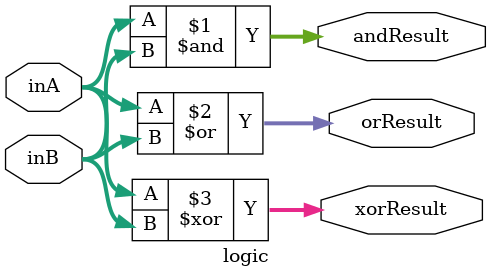
<source format=v>
module logic (andResult, orResult, xorResult, inA, inB);
	output [31:0] andResult, orResult, xorResult;
	input [31:0] inA, inB;

	assign andResult = inA & inB;
	assign orResult = inA | inB;
	assign xorResult = inA ^ inB;

endmodule
</source>
